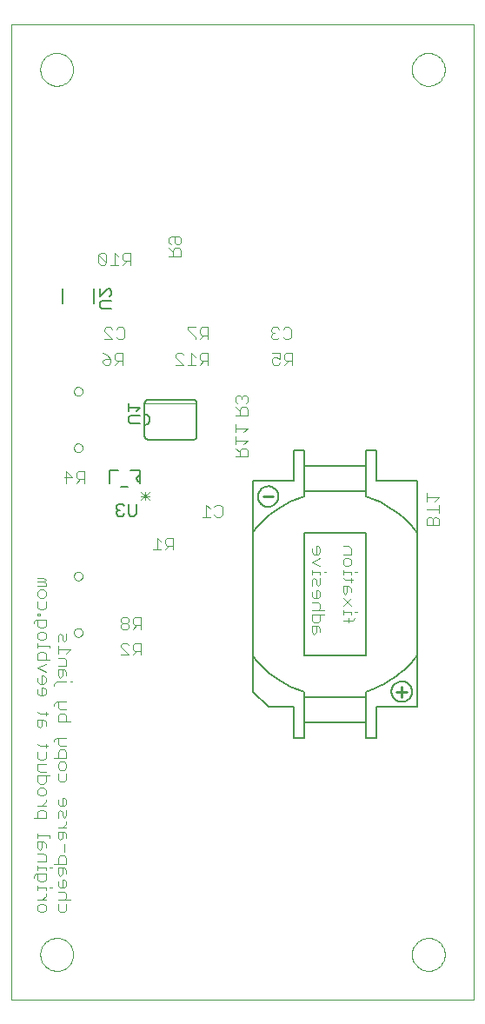
<source format=gbo>
G75*
G70*
%OFA0B0*%
%FSLAX24Y24*%
%IPPOS*%
%LPD*%
%AMOC8*
5,1,8,0,0,1.08239X$1,22.5*
%
%ADD10C,0.0000*%
%ADD11C,0.0040*%
%ADD12C,0.0060*%
%ADD13C,0.0020*%
%ADD14C,0.0050*%
%ADD15C,0.0030*%
%ADD16C,0.0098*%
D10*
X000367Y000100D02*
X000367Y037502D01*
X018084Y037502D01*
X018084Y000100D01*
X000367Y000100D01*
X001470Y001832D02*
X001472Y001882D01*
X001478Y001932D01*
X001488Y001981D01*
X001502Y002029D01*
X001519Y002076D01*
X001540Y002121D01*
X001565Y002165D01*
X001593Y002206D01*
X001625Y002245D01*
X001659Y002282D01*
X001696Y002316D01*
X001736Y002346D01*
X001778Y002373D01*
X001822Y002397D01*
X001868Y002418D01*
X001915Y002434D01*
X001963Y002447D01*
X002013Y002456D01*
X002062Y002461D01*
X002113Y002462D01*
X002163Y002459D01*
X002212Y002452D01*
X002261Y002441D01*
X002309Y002426D01*
X002355Y002408D01*
X002400Y002386D01*
X002443Y002360D01*
X002484Y002331D01*
X002523Y002299D01*
X002559Y002264D01*
X002591Y002226D01*
X002621Y002186D01*
X002648Y002143D01*
X002671Y002099D01*
X002690Y002053D01*
X002706Y002005D01*
X002718Y001956D01*
X002726Y001907D01*
X002730Y001857D01*
X002730Y001807D01*
X002726Y001757D01*
X002718Y001708D01*
X002706Y001659D01*
X002690Y001611D01*
X002671Y001565D01*
X002648Y001521D01*
X002621Y001478D01*
X002591Y001438D01*
X002559Y001400D01*
X002523Y001365D01*
X002484Y001333D01*
X002443Y001304D01*
X002400Y001278D01*
X002355Y001256D01*
X002309Y001238D01*
X002261Y001223D01*
X002212Y001212D01*
X002163Y001205D01*
X002113Y001202D01*
X002062Y001203D01*
X002013Y001208D01*
X001963Y001217D01*
X001915Y001230D01*
X001868Y001246D01*
X001822Y001267D01*
X001778Y001291D01*
X001736Y001318D01*
X001696Y001348D01*
X001659Y001382D01*
X001625Y001419D01*
X001593Y001458D01*
X001565Y001499D01*
X001540Y001543D01*
X001519Y001588D01*
X001502Y001635D01*
X001488Y001683D01*
X001478Y001732D01*
X001472Y001782D01*
X001470Y001832D01*
X002759Y014175D02*
X002761Y014200D01*
X002767Y014225D01*
X002776Y014249D01*
X002789Y014271D01*
X002806Y014291D01*
X002825Y014308D01*
X002846Y014322D01*
X002870Y014332D01*
X002894Y014339D01*
X002920Y014342D01*
X002945Y014341D01*
X002970Y014336D01*
X002994Y014327D01*
X003017Y014315D01*
X003037Y014300D01*
X003055Y014281D01*
X003070Y014260D01*
X003081Y014237D01*
X003089Y014213D01*
X003093Y014188D01*
X003093Y014162D01*
X003089Y014137D01*
X003081Y014113D01*
X003070Y014090D01*
X003055Y014069D01*
X003037Y014050D01*
X003017Y014035D01*
X002994Y014023D01*
X002970Y014014D01*
X002945Y014009D01*
X002920Y014008D01*
X002894Y014011D01*
X002870Y014018D01*
X002846Y014028D01*
X002825Y014042D01*
X002806Y014059D01*
X002789Y014079D01*
X002776Y014101D01*
X002767Y014125D01*
X002761Y014150D01*
X002759Y014175D01*
X002759Y016340D02*
X002761Y016365D01*
X002767Y016390D01*
X002776Y016414D01*
X002789Y016436D01*
X002806Y016456D01*
X002825Y016473D01*
X002846Y016487D01*
X002870Y016497D01*
X002894Y016504D01*
X002920Y016507D01*
X002945Y016506D01*
X002970Y016501D01*
X002994Y016492D01*
X003017Y016480D01*
X003037Y016465D01*
X003055Y016446D01*
X003070Y016425D01*
X003081Y016402D01*
X003089Y016378D01*
X003093Y016353D01*
X003093Y016327D01*
X003089Y016302D01*
X003081Y016278D01*
X003070Y016255D01*
X003055Y016234D01*
X003037Y016215D01*
X003017Y016200D01*
X002994Y016188D01*
X002970Y016179D01*
X002945Y016174D01*
X002920Y016173D01*
X002894Y016176D01*
X002870Y016183D01*
X002846Y016193D01*
X002825Y016207D01*
X002806Y016224D01*
X002789Y016244D01*
X002776Y016266D01*
X002767Y016290D01*
X002761Y016315D01*
X002759Y016340D01*
X002759Y021261D02*
X002761Y021286D01*
X002767Y021311D01*
X002776Y021335D01*
X002789Y021357D01*
X002806Y021377D01*
X002825Y021394D01*
X002846Y021408D01*
X002870Y021418D01*
X002894Y021425D01*
X002920Y021428D01*
X002945Y021427D01*
X002970Y021422D01*
X002994Y021413D01*
X003017Y021401D01*
X003037Y021386D01*
X003055Y021367D01*
X003070Y021346D01*
X003081Y021323D01*
X003089Y021299D01*
X003093Y021274D01*
X003093Y021248D01*
X003089Y021223D01*
X003081Y021199D01*
X003070Y021176D01*
X003055Y021155D01*
X003037Y021136D01*
X003017Y021121D01*
X002994Y021109D01*
X002970Y021100D01*
X002945Y021095D01*
X002920Y021094D01*
X002894Y021097D01*
X002870Y021104D01*
X002846Y021114D01*
X002825Y021128D01*
X002806Y021145D01*
X002789Y021165D01*
X002776Y021187D01*
X002767Y021211D01*
X002761Y021236D01*
X002759Y021261D01*
X002759Y023427D02*
X002761Y023452D01*
X002767Y023477D01*
X002776Y023501D01*
X002789Y023523D01*
X002806Y023543D01*
X002825Y023560D01*
X002846Y023574D01*
X002870Y023584D01*
X002894Y023591D01*
X002920Y023594D01*
X002945Y023593D01*
X002970Y023588D01*
X002994Y023579D01*
X003017Y023567D01*
X003037Y023552D01*
X003055Y023533D01*
X003070Y023512D01*
X003081Y023489D01*
X003089Y023465D01*
X003093Y023440D01*
X003093Y023414D01*
X003089Y023389D01*
X003081Y023365D01*
X003070Y023342D01*
X003055Y023321D01*
X003037Y023302D01*
X003017Y023287D01*
X002994Y023275D01*
X002970Y023266D01*
X002945Y023261D01*
X002920Y023260D01*
X002894Y023263D01*
X002870Y023270D01*
X002846Y023280D01*
X002825Y023294D01*
X002806Y023311D01*
X002789Y023331D01*
X002776Y023353D01*
X002767Y023377D01*
X002761Y023402D01*
X002759Y023427D01*
X001470Y035769D02*
X001472Y035819D01*
X001478Y035869D01*
X001488Y035918D01*
X001502Y035966D01*
X001519Y036013D01*
X001540Y036058D01*
X001565Y036102D01*
X001593Y036143D01*
X001625Y036182D01*
X001659Y036219D01*
X001696Y036253D01*
X001736Y036283D01*
X001778Y036310D01*
X001822Y036334D01*
X001868Y036355D01*
X001915Y036371D01*
X001963Y036384D01*
X002013Y036393D01*
X002062Y036398D01*
X002113Y036399D01*
X002163Y036396D01*
X002212Y036389D01*
X002261Y036378D01*
X002309Y036363D01*
X002355Y036345D01*
X002400Y036323D01*
X002443Y036297D01*
X002484Y036268D01*
X002523Y036236D01*
X002559Y036201D01*
X002591Y036163D01*
X002621Y036123D01*
X002648Y036080D01*
X002671Y036036D01*
X002690Y035990D01*
X002706Y035942D01*
X002718Y035893D01*
X002726Y035844D01*
X002730Y035794D01*
X002730Y035744D01*
X002726Y035694D01*
X002718Y035645D01*
X002706Y035596D01*
X002690Y035548D01*
X002671Y035502D01*
X002648Y035458D01*
X002621Y035415D01*
X002591Y035375D01*
X002559Y035337D01*
X002523Y035302D01*
X002484Y035270D01*
X002443Y035241D01*
X002400Y035215D01*
X002355Y035193D01*
X002309Y035175D01*
X002261Y035160D01*
X002212Y035149D01*
X002163Y035142D01*
X002113Y035139D01*
X002062Y035140D01*
X002013Y035145D01*
X001963Y035154D01*
X001915Y035167D01*
X001868Y035183D01*
X001822Y035204D01*
X001778Y035228D01*
X001736Y035255D01*
X001696Y035285D01*
X001659Y035319D01*
X001625Y035356D01*
X001593Y035395D01*
X001565Y035436D01*
X001540Y035480D01*
X001519Y035525D01*
X001502Y035572D01*
X001488Y035620D01*
X001478Y035669D01*
X001472Y035719D01*
X001470Y035769D01*
X015722Y035769D02*
X015724Y035819D01*
X015730Y035869D01*
X015740Y035918D01*
X015754Y035966D01*
X015771Y036013D01*
X015792Y036058D01*
X015817Y036102D01*
X015845Y036143D01*
X015877Y036182D01*
X015911Y036219D01*
X015948Y036253D01*
X015988Y036283D01*
X016030Y036310D01*
X016074Y036334D01*
X016120Y036355D01*
X016167Y036371D01*
X016215Y036384D01*
X016265Y036393D01*
X016314Y036398D01*
X016365Y036399D01*
X016415Y036396D01*
X016464Y036389D01*
X016513Y036378D01*
X016561Y036363D01*
X016607Y036345D01*
X016652Y036323D01*
X016695Y036297D01*
X016736Y036268D01*
X016775Y036236D01*
X016811Y036201D01*
X016843Y036163D01*
X016873Y036123D01*
X016900Y036080D01*
X016923Y036036D01*
X016942Y035990D01*
X016958Y035942D01*
X016970Y035893D01*
X016978Y035844D01*
X016982Y035794D01*
X016982Y035744D01*
X016978Y035694D01*
X016970Y035645D01*
X016958Y035596D01*
X016942Y035548D01*
X016923Y035502D01*
X016900Y035458D01*
X016873Y035415D01*
X016843Y035375D01*
X016811Y035337D01*
X016775Y035302D01*
X016736Y035270D01*
X016695Y035241D01*
X016652Y035215D01*
X016607Y035193D01*
X016561Y035175D01*
X016513Y035160D01*
X016464Y035149D01*
X016415Y035142D01*
X016365Y035139D01*
X016314Y035140D01*
X016265Y035145D01*
X016215Y035154D01*
X016167Y035167D01*
X016120Y035183D01*
X016074Y035204D01*
X016030Y035228D01*
X015988Y035255D01*
X015948Y035285D01*
X015911Y035319D01*
X015877Y035356D01*
X015845Y035395D01*
X015817Y035436D01*
X015792Y035480D01*
X015771Y035525D01*
X015754Y035572D01*
X015740Y035620D01*
X015730Y035669D01*
X015724Y035719D01*
X015722Y035769D01*
X015722Y001832D02*
X015724Y001882D01*
X015730Y001932D01*
X015740Y001981D01*
X015754Y002029D01*
X015771Y002076D01*
X015792Y002121D01*
X015817Y002165D01*
X015845Y002206D01*
X015877Y002245D01*
X015911Y002282D01*
X015948Y002316D01*
X015988Y002346D01*
X016030Y002373D01*
X016074Y002397D01*
X016120Y002418D01*
X016167Y002434D01*
X016215Y002447D01*
X016265Y002456D01*
X016314Y002461D01*
X016365Y002462D01*
X016415Y002459D01*
X016464Y002452D01*
X016513Y002441D01*
X016561Y002426D01*
X016607Y002408D01*
X016652Y002386D01*
X016695Y002360D01*
X016736Y002331D01*
X016775Y002299D01*
X016811Y002264D01*
X016843Y002226D01*
X016873Y002186D01*
X016900Y002143D01*
X016923Y002099D01*
X016942Y002053D01*
X016958Y002005D01*
X016970Y001956D01*
X016978Y001907D01*
X016982Y001857D01*
X016982Y001807D01*
X016978Y001757D01*
X016970Y001708D01*
X016958Y001659D01*
X016942Y001611D01*
X016923Y001565D01*
X016900Y001521D01*
X016873Y001478D01*
X016843Y001438D01*
X016811Y001400D01*
X016775Y001365D01*
X016736Y001333D01*
X016695Y001304D01*
X016652Y001278D01*
X016607Y001256D01*
X016561Y001238D01*
X016513Y001223D01*
X016464Y001212D01*
X016415Y001205D01*
X016365Y001202D01*
X016314Y001203D01*
X016265Y001208D01*
X016215Y001217D01*
X016167Y001230D01*
X016120Y001246D01*
X016074Y001267D01*
X016030Y001291D01*
X015988Y001318D01*
X015948Y001348D01*
X015911Y001382D01*
X015877Y001419D01*
X015845Y001458D01*
X015817Y001499D01*
X015792Y001543D01*
X015771Y001588D01*
X015754Y001635D01*
X015740Y001683D01*
X015730Y001732D01*
X015724Y001782D01*
X015722Y001832D01*
D11*
X011972Y014110D02*
X012049Y014187D01*
X012049Y014417D01*
X012125Y014417D02*
X011895Y014417D01*
X011895Y014187D01*
X011972Y014110D01*
X012202Y014340D02*
X012125Y014417D01*
X012202Y014340D02*
X012202Y014187D01*
X012125Y014570D02*
X012202Y014647D01*
X012202Y014877D01*
X012356Y014877D02*
X011895Y014877D01*
X011895Y014647D01*
X011972Y014570D01*
X012125Y014570D01*
X012125Y015031D02*
X012202Y015108D01*
X012202Y015261D01*
X012125Y015338D01*
X011895Y015338D01*
X011972Y015491D02*
X012125Y015491D01*
X012202Y015568D01*
X012202Y015721D01*
X012125Y015798D01*
X012049Y015798D01*
X012049Y015491D01*
X011972Y015491D02*
X011895Y015568D01*
X011895Y015721D01*
X011895Y015952D02*
X011895Y016182D01*
X011972Y016259D01*
X012049Y016182D01*
X012049Y016028D01*
X012125Y015952D01*
X012202Y016028D01*
X012202Y016259D01*
X012202Y016412D02*
X012202Y016489D01*
X011895Y016489D01*
X011895Y016565D02*
X011895Y016412D01*
X012202Y016719D02*
X011895Y016872D01*
X012202Y017026D01*
X012125Y017179D02*
X012202Y017256D01*
X012202Y017409D01*
X012125Y017486D01*
X012049Y017486D01*
X012049Y017179D01*
X012125Y017179D02*
X011972Y017179D01*
X011895Y017256D01*
X011895Y017409D01*
X012356Y016489D02*
X012432Y016489D01*
X013076Y016489D02*
X013383Y016489D01*
X013383Y016412D01*
X013383Y016259D02*
X013383Y016105D01*
X013460Y016182D02*
X013153Y016182D01*
X013076Y016259D01*
X013076Y016412D02*
X013076Y016565D01*
X013153Y016719D02*
X013076Y016796D01*
X013076Y016949D01*
X013153Y017026D01*
X013306Y017026D01*
X013383Y016949D01*
X013383Y016796D01*
X013306Y016719D01*
X013153Y016719D01*
X013076Y017179D02*
X013383Y017179D01*
X013383Y017409D01*
X013306Y017486D01*
X013076Y017486D01*
X013537Y016489D02*
X013613Y016489D01*
X013306Y015952D02*
X013076Y015952D01*
X013076Y015721D01*
X013153Y015645D01*
X013230Y015721D01*
X013230Y015952D01*
X013306Y015952D02*
X013383Y015875D01*
X013383Y015721D01*
X013383Y015491D02*
X013076Y015184D01*
X013076Y015031D02*
X013076Y014877D01*
X013076Y014954D02*
X013383Y014954D01*
X013383Y014877D01*
X013306Y014724D02*
X013306Y014570D01*
X013460Y014647D02*
X013537Y014724D01*
X013460Y014647D02*
X013076Y014647D01*
X013383Y015184D02*
X013076Y015491D01*
X013537Y014954D02*
X013613Y014954D01*
X012356Y015031D02*
X011895Y015031D01*
X009419Y020933D02*
X008958Y020933D01*
X009112Y020933D02*
X009112Y021163D01*
X009188Y021240D01*
X009342Y021240D01*
X009419Y021163D01*
X009419Y020933D01*
X009112Y021086D02*
X008958Y021240D01*
X008958Y021393D02*
X008958Y021700D01*
X008958Y021547D02*
X009419Y021547D01*
X009265Y021393D01*
X009265Y021854D02*
X009419Y022007D01*
X008958Y022007D01*
X008958Y021854D02*
X008958Y022161D01*
X008958Y022508D02*
X009419Y022508D01*
X009419Y022738D01*
X009342Y022815D01*
X009188Y022815D01*
X009112Y022738D01*
X009112Y022508D01*
X009112Y022661D02*
X008958Y022815D01*
X009035Y022968D02*
X008958Y023045D01*
X008958Y023198D01*
X009035Y023275D01*
X009112Y023275D01*
X009188Y023198D01*
X009188Y023122D01*
X009188Y023198D02*
X009265Y023275D01*
X009342Y023275D01*
X009419Y023198D01*
X009419Y023045D01*
X009342Y022968D01*
X010438Y024439D02*
X010361Y024516D01*
X010361Y024669D01*
X010438Y024746D01*
X010515Y024746D01*
X010668Y024669D01*
X010668Y024899D01*
X010361Y024899D01*
X010393Y025423D02*
X010316Y025500D01*
X010316Y025577D01*
X010393Y025653D01*
X010470Y025653D01*
X010393Y025653D02*
X010316Y025730D01*
X010316Y025807D01*
X010393Y025884D01*
X010546Y025884D01*
X010623Y025807D01*
X010777Y025807D02*
X010853Y025884D01*
X011007Y025884D01*
X011084Y025807D01*
X011084Y025500D01*
X011007Y025423D01*
X010853Y025423D01*
X010777Y025500D01*
X010623Y025500D02*
X010546Y025423D01*
X010393Y025423D01*
X010899Y024899D02*
X010822Y024823D01*
X010822Y024669D01*
X010899Y024592D01*
X011129Y024592D01*
X011129Y024439D02*
X011129Y024899D01*
X010899Y024899D01*
X010975Y024592D02*
X010822Y024439D01*
X010668Y024516D02*
X010592Y024439D01*
X010438Y024439D01*
X007881Y024439D02*
X007881Y024899D01*
X007651Y024899D01*
X007574Y024823D01*
X007574Y024669D01*
X007651Y024592D01*
X007881Y024592D01*
X007727Y024592D02*
X007574Y024439D01*
X007420Y024439D02*
X007113Y024439D01*
X006960Y024439D02*
X006653Y024746D01*
X006653Y024823D01*
X006730Y024899D01*
X006883Y024899D01*
X006960Y024823D01*
X007267Y024899D02*
X007267Y024439D01*
X006960Y024439D02*
X006653Y024439D01*
X007267Y024899D02*
X007420Y024746D01*
X007420Y025423D02*
X007420Y025500D01*
X007113Y025807D01*
X007113Y025884D01*
X007420Y025884D01*
X007574Y025807D02*
X007574Y025653D01*
X007651Y025577D01*
X007881Y025577D01*
X007727Y025577D02*
X007574Y025423D01*
X007574Y025807D02*
X007651Y025884D01*
X007881Y025884D01*
X007881Y025423D01*
X006860Y028610D02*
X006399Y028610D01*
X006553Y028610D02*
X006553Y028840D01*
X006629Y028917D01*
X006783Y028917D01*
X006860Y028840D01*
X006860Y028610D01*
X006553Y028764D02*
X006399Y028917D01*
X006476Y029071D02*
X006399Y029147D01*
X006399Y029301D01*
X006476Y029377D01*
X006783Y029377D01*
X006860Y029301D01*
X006860Y029147D01*
X006783Y029071D01*
X006706Y029071D01*
X006629Y029147D01*
X006629Y029377D01*
X004928Y028738D02*
X004928Y028277D01*
X004928Y028431D02*
X004698Y028431D01*
X004621Y028508D01*
X004621Y028661D01*
X004698Y028738D01*
X004928Y028738D01*
X004775Y028431D02*
X004621Y028277D01*
X004468Y028277D02*
X004161Y028277D01*
X004314Y028277D02*
X004314Y028738D01*
X004468Y028584D01*
X004007Y028661D02*
X004007Y028354D01*
X003700Y028661D01*
X003700Y028354D01*
X003777Y028277D01*
X003930Y028277D01*
X004007Y028354D01*
X004007Y028661D02*
X003930Y028738D01*
X003777Y028738D01*
X003700Y028661D01*
X003995Y025884D02*
X004149Y025884D01*
X004225Y025807D01*
X004379Y025807D02*
X004456Y025884D01*
X004609Y025884D01*
X004686Y025807D01*
X004686Y025500D01*
X004609Y025423D01*
X004456Y025423D01*
X004379Y025500D01*
X004225Y025423D02*
X003919Y025730D01*
X003919Y025807D01*
X003995Y025884D01*
X003919Y025423D02*
X004225Y025423D01*
X004403Y024899D02*
X004326Y024823D01*
X004326Y024669D01*
X004403Y024592D01*
X004633Y024592D01*
X004633Y024439D02*
X004633Y024899D01*
X004403Y024899D01*
X004479Y024592D02*
X004326Y024439D01*
X004172Y024516D02*
X004096Y024439D01*
X003942Y024439D01*
X003865Y024516D01*
X003865Y024592D01*
X003942Y024669D01*
X004172Y024669D01*
X004172Y024516D01*
X004172Y024669D02*
X004019Y024823D01*
X003865Y024899D01*
X003156Y020372D02*
X002926Y020372D01*
X002849Y020295D01*
X002849Y020142D01*
X002926Y020065D01*
X003156Y020065D01*
X003003Y020065D02*
X002849Y019911D01*
X002696Y020142D02*
X002389Y020142D01*
X002466Y020372D02*
X002466Y019911D01*
X002696Y020142D02*
X002466Y020372D01*
X003156Y020372D02*
X003156Y019911D01*
X001602Y016281D02*
X001372Y016281D01*
X001372Y016127D02*
X001602Y016127D01*
X001678Y016204D01*
X001602Y016281D01*
X001602Y016127D02*
X001678Y016051D01*
X001678Y015974D01*
X001372Y015974D01*
X001448Y015820D02*
X001602Y015820D01*
X001678Y015744D01*
X001678Y015590D01*
X001602Y015513D01*
X001448Y015513D01*
X001372Y015590D01*
X001372Y015744D01*
X001448Y015820D01*
X001372Y015360D02*
X001372Y015130D01*
X001448Y015053D01*
X001602Y015053D01*
X001678Y015130D01*
X001678Y015360D01*
X001678Y014669D02*
X001678Y014439D01*
X001602Y014362D01*
X001448Y014362D01*
X001372Y014439D01*
X001372Y014669D01*
X001295Y014669D02*
X001678Y014669D01*
X001448Y014823D02*
X001448Y014900D01*
X001372Y014900D01*
X001372Y014823D01*
X001448Y014823D01*
X001295Y014669D02*
X001218Y014593D01*
X001218Y014516D01*
X001448Y014209D02*
X001602Y014209D01*
X001678Y014132D01*
X001678Y013979D01*
X001602Y013902D01*
X001448Y013902D01*
X001372Y013979D01*
X001372Y014132D01*
X001448Y014209D01*
X001372Y013749D02*
X001372Y013595D01*
X001372Y013672D02*
X001832Y013672D01*
X001832Y013595D01*
X001678Y013365D02*
X001678Y013135D01*
X001678Y012981D02*
X001372Y012828D01*
X001678Y012674D01*
X001602Y012521D02*
X001678Y012444D01*
X001678Y012291D01*
X001602Y012214D01*
X001448Y012214D01*
X001372Y012291D01*
X001372Y012444D01*
X001525Y012521D02*
X001525Y012214D01*
X001525Y012060D02*
X001525Y011754D01*
X001448Y011754D02*
X001602Y011754D01*
X001678Y011830D01*
X001678Y011984D01*
X001602Y012060D01*
X001525Y012060D01*
X001372Y011984D02*
X001372Y011830D01*
X001448Y011754D01*
X001372Y011140D02*
X001448Y011063D01*
X001755Y011063D01*
X001678Y010986D02*
X001678Y011140D01*
X001602Y010833D02*
X001372Y010833D01*
X001372Y010603D01*
X001448Y010526D01*
X001525Y010603D01*
X001525Y010833D01*
X001602Y010833D02*
X001678Y010756D01*
X001678Y010603D01*
X002159Y010756D02*
X002159Y010986D01*
X002236Y011063D01*
X002389Y011063D01*
X002466Y010986D01*
X002466Y010756D01*
X002619Y010756D02*
X002159Y010756D01*
X002236Y011216D02*
X002159Y011293D01*
X002159Y011523D01*
X002082Y011523D02*
X002005Y011447D01*
X002005Y011370D01*
X002082Y011523D02*
X002466Y011523D01*
X002466Y011216D02*
X002236Y011216D01*
X002005Y012137D02*
X002005Y012214D01*
X002082Y012291D01*
X002466Y012291D01*
X002619Y012291D02*
X002696Y012291D01*
X002466Y012521D02*
X002466Y012674D01*
X002389Y012751D01*
X002159Y012751D01*
X002159Y012521D01*
X002236Y012444D01*
X002312Y012521D01*
X002312Y012751D01*
X002159Y012905D02*
X002466Y012905D01*
X002466Y013135D01*
X002389Y013211D01*
X002159Y013211D01*
X002159Y013365D02*
X002159Y013672D01*
X002159Y013825D02*
X002159Y014055D01*
X002236Y014132D01*
X002312Y014055D01*
X002312Y013902D01*
X002389Y013825D01*
X002466Y013902D01*
X002466Y014132D01*
X002619Y013518D02*
X002159Y013518D01*
X001832Y013135D02*
X001372Y013135D01*
X001372Y013365D01*
X001448Y013442D01*
X001602Y013442D01*
X001678Y013365D01*
X001602Y012521D02*
X001525Y012521D01*
X002466Y013365D02*
X002619Y013518D01*
X002466Y010142D02*
X002082Y010142D01*
X002005Y010065D01*
X002005Y009989D01*
X002159Y009912D02*
X002159Y010142D01*
X002159Y009912D02*
X002236Y009835D01*
X002466Y009835D01*
X002389Y009682D02*
X002236Y009682D01*
X002159Y009605D01*
X002159Y009375D01*
X002005Y009375D02*
X002466Y009375D01*
X002466Y009605D01*
X002389Y009682D01*
X002389Y009221D02*
X002236Y009221D01*
X002159Y009145D01*
X002159Y008991D01*
X002236Y008914D01*
X002389Y008914D01*
X002466Y008991D01*
X002466Y009145D01*
X002389Y009221D01*
X002466Y008761D02*
X002466Y008531D01*
X002389Y008454D01*
X002236Y008454D01*
X002159Y008531D01*
X002159Y008761D01*
X001832Y008684D02*
X001372Y008684D01*
X001372Y008454D01*
X001448Y008377D01*
X001602Y008377D01*
X001678Y008454D01*
X001678Y008684D01*
X001678Y008838D02*
X001448Y008838D01*
X001372Y008914D01*
X001372Y009145D01*
X001678Y009145D01*
X001602Y009298D02*
X001678Y009375D01*
X001678Y009605D01*
X001678Y009758D02*
X001678Y009912D01*
X001755Y009835D02*
X001448Y009835D01*
X001372Y009912D01*
X001372Y009605D02*
X001372Y009375D01*
X001448Y009298D01*
X001602Y009298D01*
X001602Y008224D02*
X001448Y008224D01*
X001372Y008147D01*
X001372Y007994D01*
X001448Y007917D01*
X001602Y007917D01*
X001678Y007994D01*
X001678Y008147D01*
X001602Y008224D01*
X001678Y007763D02*
X001678Y007687D01*
X001525Y007533D01*
X001372Y007533D02*
X001678Y007533D01*
X001602Y007380D02*
X001448Y007380D01*
X001372Y007303D01*
X001372Y007073D01*
X001218Y007073D02*
X001678Y007073D01*
X001678Y007303D01*
X001602Y007380D01*
X001372Y006459D02*
X001372Y006306D01*
X001372Y006382D02*
X001832Y006382D01*
X001832Y006306D01*
X001602Y006152D02*
X001678Y006075D01*
X001678Y005922D01*
X001525Y005922D02*
X001525Y006152D01*
X001602Y006152D02*
X001372Y006152D01*
X001372Y005922D01*
X001448Y005845D01*
X001525Y005922D01*
X001602Y005692D02*
X001372Y005692D01*
X001602Y005692D02*
X001678Y005615D01*
X001678Y005385D01*
X001372Y005385D01*
X001372Y005231D02*
X001372Y005078D01*
X001372Y005155D02*
X001678Y005155D01*
X001678Y005078D01*
X001678Y004924D02*
X001678Y004694D01*
X001602Y004617D01*
X001448Y004617D01*
X001372Y004694D01*
X001372Y004924D01*
X001295Y004924D02*
X001678Y004924D01*
X001832Y005155D02*
X001909Y005155D01*
X002005Y005308D02*
X002466Y005308D01*
X002466Y005538D01*
X002389Y005615D01*
X002236Y005615D01*
X002159Y005538D01*
X002159Y005308D01*
X002159Y005155D02*
X002159Y004924D01*
X002236Y004848D01*
X002312Y004924D01*
X002312Y005155D01*
X002389Y005155D02*
X002159Y005155D01*
X002312Y004694D02*
X002312Y004387D01*
X002236Y004387D02*
X002389Y004387D01*
X002466Y004464D01*
X002466Y004617D01*
X002389Y004694D01*
X002312Y004694D01*
X002159Y004617D02*
X002159Y004464D01*
X002236Y004387D01*
X002159Y004234D02*
X002389Y004234D01*
X002466Y004157D01*
X002466Y004004D01*
X002389Y003927D01*
X002466Y003773D02*
X002466Y003543D01*
X002389Y003466D01*
X002236Y003466D01*
X002159Y003543D01*
X002159Y003773D01*
X002159Y003927D02*
X002619Y003927D01*
X002466Y004924D02*
X002466Y005078D01*
X002389Y005155D01*
X002389Y005768D02*
X002389Y006075D01*
X002236Y006229D02*
X002312Y006306D01*
X002312Y006536D01*
X002389Y006536D02*
X002159Y006536D01*
X002159Y006306D01*
X002236Y006229D01*
X002466Y006306D02*
X002466Y006459D01*
X002389Y006536D01*
X002312Y006689D02*
X002466Y006843D01*
X002466Y006919D01*
X002389Y007073D02*
X002466Y007150D01*
X002466Y007380D01*
X002389Y007533D02*
X002236Y007533D01*
X002159Y007610D01*
X002159Y007763D01*
X002312Y007840D02*
X002312Y007533D01*
X002389Y007533D02*
X002466Y007610D01*
X002466Y007763D01*
X002389Y007840D01*
X002312Y007840D01*
X002236Y007380D02*
X002159Y007303D01*
X002159Y007073D01*
X002312Y007150D02*
X002389Y007073D01*
X002312Y007150D02*
X002312Y007303D01*
X002236Y007380D01*
X002159Y006689D02*
X002466Y006689D01*
X001295Y004924D02*
X001218Y004848D01*
X001218Y004771D01*
X001372Y004464D02*
X001372Y004311D01*
X001372Y004387D02*
X001678Y004387D01*
X001678Y004311D01*
X001678Y004157D02*
X001678Y004080D01*
X001525Y003927D01*
X001372Y003927D02*
X001678Y003927D01*
X001602Y003773D02*
X001678Y003697D01*
X001678Y003543D01*
X001602Y003466D01*
X001448Y003466D01*
X001372Y003543D01*
X001372Y003697D01*
X001448Y003773D01*
X001602Y003773D01*
X001832Y004387D02*
X001909Y004387D01*
X004554Y013317D02*
X004861Y013317D01*
X004554Y013624D01*
X004554Y013701D01*
X004631Y013777D01*
X004785Y013777D01*
X004861Y013701D01*
X005015Y013701D02*
X005015Y013547D01*
X005092Y013470D01*
X005322Y013470D01*
X005322Y013317D02*
X005322Y013777D01*
X005092Y013777D01*
X005015Y013701D01*
X005168Y013470D02*
X005015Y013317D01*
X005015Y014301D02*
X005168Y014455D01*
X005092Y014455D02*
X005322Y014455D01*
X005322Y014301D02*
X005322Y014761D01*
X005092Y014761D01*
X005015Y014685D01*
X005015Y014531D01*
X005092Y014455D01*
X004861Y014455D02*
X004785Y014531D01*
X004631Y014531D01*
X004554Y014455D01*
X004554Y014378D01*
X004631Y014301D01*
X004785Y014301D01*
X004861Y014378D01*
X004861Y014455D01*
X004785Y014531D02*
X004861Y014608D01*
X004861Y014685D01*
X004785Y014761D01*
X004631Y014761D01*
X004554Y014685D01*
X004554Y014608D01*
X004631Y014531D01*
X005789Y017352D02*
X006096Y017352D01*
X006249Y017352D02*
X006403Y017506D01*
X006326Y017506D02*
X006556Y017506D01*
X006556Y017352D02*
X006556Y017813D01*
X006326Y017813D01*
X006249Y017736D01*
X006249Y017582D01*
X006326Y017506D01*
X006096Y017659D02*
X005942Y017813D01*
X005942Y017352D01*
X007678Y018608D02*
X007985Y018608D01*
X007831Y018608D02*
X007831Y019069D01*
X007985Y018915D01*
X008138Y018992D02*
X008215Y019069D01*
X008369Y019069D01*
X008445Y018992D01*
X008445Y018685D01*
X008369Y018608D01*
X008215Y018608D01*
X008138Y018685D01*
X016289Y018520D02*
X016289Y018290D01*
X016749Y018290D01*
X016749Y018520D01*
X016673Y018597D01*
X016596Y018597D01*
X016519Y018520D01*
X016519Y018290D01*
X016519Y018520D02*
X016442Y018597D01*
X016366Y018597D01*
X016289Y018520D01*
X016289Y018904D02*
X016749Y018904D01*
X016749Y019057D02*
X016749Y018750D01*
X016596Y019211D02*
X016749Y019364D01*
X016289Y019364D01*
X016289Y019211D02*
X016289Y019518D01*
D12*
X007470Y021724D02*
X007470Y022964D01*
X007468Y022987D01*
X007463Y023010D01*
X007454Y023032D01*
X007441Y023052D01*
X007426Y023070D01*
X007408Y023085D01*
X007388Y023098D01*
X007366Y023107D01*
X007343Y023112D01*
X007320Y023114D01*
X005620Y023114D01*
X005597Y023112D01*
X005574Y023107D01*
X005552Y023098D01*
X005532Y023085D01*
X005514Y023070D01*
X005499Y023052D01*
X005486Y023032D01*
X005477Y023010D01*
X005472Y022987D01*
X005470Y022964D01*
X005470Y022544D01*
X005470Y022144D01*
X005470Y021724D01*
X005472Y021701D01*
X005477Y021678D01*
X005486Y021656D01*
X005499Y021636D01*
X005514Y021618D01*
X005532Y021603D01*
X005552Y021590D01*
X005574Y021581D01*
X005597Y021576D01*
X005620Y021574D01*
X007320Y021574D01*
X007343Y021576D01*
X007366Y021581D01*
X007388Y021590D01*
X007408Y021603D01*
X007426Y021618D01*
X007441Y021636D01*
X007454Y021656D01*
X007463Y021678D01*
X007468Y021701D01*
X007470Y021724D01*
X005470Y022144D02*
X005497Y022146D01*
X005524Y022151D01*
X005550Y022161D01*
X005574Y022173D01*
X005596Y022189D01*
X005616Y022207D01*
X005633Y022229D01*
X005648Y022252D01*
X005658Y022277D01*
X005666Y022303D01*
X005670Y022330D01*
X005670Y022358D01*
X005666Y022385D01*
X005658Y022411D01*
X005648Y022436D01*
X005633Y022459D01*
X005616Y022481D01*
X005596Y022499D01*
X005574Y022515D01*
X005550Y022527D01*
X005524Y022537D01*
X005497Y022542D01*
X005470Y022544D01*
X005288Y020410D02*
X004938Y020410D01*
X005288Y020410D02*
X005288Y020200D01*
X005288Y019960D01*
X005288Y019890D01*
X005288Y019960D02*
X005267Y019962D01*
X005247Y019967D01*
X005228Y019976D01*
X005211Y019988D01*
X005196Y020003D01*
X005184Y020020D01*
X005175Y020039D01*
X005170Y020059D01*
X005168Y020080D01*
X005170Y020101D01*
X005175Y020121D01*
X005184Y020140D01*
X005196Y020157D01*
X005211Y020172D01*
X005228Y020184D01*
X005247Y020193D01*
X005267Y020198D01*
X005288Y020200D01*
X004828Y019750D02*
X004568Y019750D01*
X004458Y020410D02*
X004108Y020410D01*
X004108Y019890D01*
X003534Y026788D02*
X003534Y027349D01*
X002318Y027349D02*
X002318Y026788D01*
D13*
X005470Y022974D02*
X007470Y022974D01*
D14*
X009619Y019982D02*
X009619Y018013D01*
X009619Y013289D01*
X009619Y011911D01*
X010210Y011320D01*
X011194Y011320D01*
X011194Y010139D01*
X011588Y010139D01*
X011588Y010730D01*
X013950Y010730D01*
X013950Y010139D01*
X014344Y010139D01*
X014344Y011320D01*
X015918Y011320D01*
X015918Y013289D01*
X015918Y018013D01*
X015918Y019982D01*
X014344Y019982D01*
X014344Y021163D01*
X013950Y021163D01*
X013950Y020572D01*
X011588Y020572D01*
X011588Y021163D01*
X011194Y021163D01*
X011194Y019982D01*
X009619Y019982D01*
X009816Y019391D02*
X009818Y019430D01*
X009824Y019469D01*
X009834Y019507D01*
X009847Y019544D01*
X009864Y019579D01*
X009884Y019613D01*
X009908Y019644D01*
X009935Y019673D01*
X009964Y019699D01*
X009996Y019722D01*
X010030Y019742D01*
X010066Y019758D01*
X010103Y019770D01*
X010142Y019779D01*
X010181Y019784D01*
X010220Y019785D01*
X010259Y019782D01*
X010298Y019775D01*
X010335Y019764D01*
X010372Y019750D01*
X010407Y019732D01*
X010440Y019711D01*
X010471Y019686D01*
X010499Y019659D01*
X010524Y019629D01*
X010546Y019596D01*
X010565Y019562D01*
X010580Y019526D01*
X010592Y019488D01*
X010600Y019450D01*
X010604Y019411D01*
X010604Y019371D01*
X010600Y019332D01*
X010592Y019294D01*
X010580Y019256D01*
X010565Y019220D01*
X010546Y019186D01*
X010524Y019153D01*
X010499Y019123D01*
X010471Y019096D01*
X010440Y019071D01*
X010407Y019050D01*
X010372Y019032D01*
X010335Y019018D01*
X010298Y019007D01*
X010259Y019000D01*
X010220Y018997D01*
X010181Y018998D01*
X010142Y019003D01*
X010103Y019012D01*
X010066Y019024D01*
X010030Y019040D01*
X009996Y019060D01*
X009964Y019083D01*
X009935Y019109D01*
X009908Y019138D01*
X009884Y019169D01*
X009864Y019203D01*
X009847Y019238D01*
X009834Y019275D01*
X009824Y019313D01*
X009818Y019352D01*
X009816Y019391D01*
X011588Y019391D02*
X011588Y019588D01*
X013950Y019588D01*
X013950Y019391D01*
X013950Y019588D02*
X013950Y020572D01*
X013950Y018013D02*
X011588Y018013D01*
X011588Y013289D01*
X013950Y013289D01*
X013950Y018013D01*
X015919Y013288D02*
X015801Y013142D01*
X015677Y013002D01*
X015546Y012867D01*
X015409Y012739D01*
X015266Y012617D01*
X015117Y012502D01*
X014963Y012395D01*
X014805Y012294D01*
X014641Y012202D01*
X014474Y012117D01*
X014303Y012040D01*
X014128Y011971D01*
X013950Y011910D01*
X013950Y011911D02*
X013950Y011714D01*
X011588Y011714D01*
X011588Y010730D01*
X011588Y011714D02*
X011588Y011911D01*
X011588Y011910D02*
X011409Y011969D01*
X011234Y012037D01*
X011062Y012113D01*
X010894Y012197D01*
X010730Y012290D01*
X010571Y012390D01*
X010417Y012498D01*
X010269Y012613D01*
X010126Y012735D01*
X009989Y012864D01*
X009859Y012999D01*
X009735Y013141D01*
X009619Y013288D01*
X011588Y019588D02*
X011588Y020572D01*
X011588Y019391D02*
X011409Y019332D01*
X011234Y019263D01*
X011063Y019187D01*
X010895Y019102D01*
X010732Y019010D01*
X010573Y018910D01*
X010419Y018802D01*
X010270Y018687D01*
X010128Y018565D01*
X009991Y018436D01*
X009860Y018301D01*
X009736Y018160D01*
X009619Y018013D01*
X013950Y019391D02*
X014129Y019332D01*
X014304Y019263D01*
X014475Y019187D01*
X014643Y019102D01*
X014806Y019010D01*
X014965Y018910D01*
X015119Y018802D01*
X015268Y018687D01*
X015410Y018565D01*
X015547Y018436D01*
X015678Y018301D01*
X015802Y018160D01*
X015919Y018013D01*
X014934Y011911D02*
X014936Y011950D01*
X014942Y011989D01*
X014952Y012027D01*
X014965Y012064D01*
X014982Y012099D01*
X015002Y012133D01*
X015026Y012164D01*
X015053Y012193D01*
X015082Y012219D01*
X015114Y012242D01*
X015148Y012262D01*
X015184Y012278D01*
X015221Y012290D01*
X015260Y012299D01*
X015299Y012304D01*
X015338Y012305D01*
X015377Y012302D01*
X015416Y012295D01*
X015453Y012284D01*
X015490Y012270D01*
X015525Y012252D01*
X015558Y012231D01*
X015589Y012206D01*
X015617Y012179D01*
X015642Y012149D01*
X015664Y012116D01*
X015683Y012082D01*
X015698Y012046D01*
X015710Y012008D01*
X015718Y011970D01*
X015722Y011931D01*
X015722Y011891D01*
X015718Y011852D01*
X015710Y011814D01*
X015698Y011776D01*
X015683Y011740D01*
X015664Y011706D01*
X015642Y011673D01*
X015617Y011643D01*
X015589Y011616D01*
X015558Y011591D01*
X015525Y011570D01*
X015490Y011552D01*
X015453Y011538D01*
X015416Y011527D01*
X015377Y011520D01*
X015338Y011517D01*
X015299Y011518D01*
X015260Y011523D01*
X015221Y011532D01*
X015184Y011544D01*
X015148Y011560D01*
X015114Y011580D01*
X015082Y011603D01*
X015053Y011629D01*
X015026Y011658D01*
X015002Y011689D01*
X014982Y011723D01*
X014965Y011758D01*
X014952Y011795D01*
X014942Y011833D01*
X014936Y011872D01*
X014934Y011911D01*
X013950Y011714D02*
X013950Y010730D01*
X005295Y022198D02*
X004920Y022198D01*
X004845Y022273D01*
X004845Y022424D01*
X004920Y022499D01*
X005295Y022499D01*
X005145Y022659D02*
X005295Y022809D01*
X004845Y022809D01*
X004845Y022659D02*
X004845Y022959D01*
X004200Y026590D02*
X003825Y026590D01*
X003750Y026665D01*
X003750Y026816D01*
X003825Y026891D01*
X004200Y026891D01*
X004125Y027051D02*
X004200Y027126D01*
X004200Y027276D01*
X004125Y027351D01*
X004050Y027351D01*
X003750Y027051D01*
X003750Y027351D01*
X004462Y019095D02*
X004387Y019020D01*
X004387Y018945D01*
X004462Y018870D01*
X004387Y018795D01*
X004387Y018720D01*
X004462Y018645D01*
X004612Y018645D01*
X004687Y018720D01*
X004847Y018720D02*
X004847Y019095D01*
X004687Y019020D02*
X004612Y019095D01*
X004462Y019095D01*
X004462Y018870D02*
X004537Y018870D01*
X004847Y018720D02*
X004922Y018645D01*
X005072Y018645D01*
X005147Y018720D01*
X005147Y019095D01*
D15*
X005331Y019255D02*
X005645Y019569D01*
X005488Y019569D02*
X005488Y019255D01*
X005645Y019255D02*
X005331Y019569D01*
X005331Y019412D02*
X005645Y019412D01*
D16*
X010013Y019391D02*
X010407Y019391D01*
X015131Y011911D02*
X015525Y011911D01*
X015328Y011714D02*
X015328Y012108D01*
M02*

</source>
